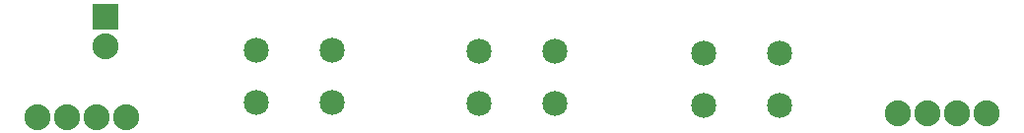
<source format=gbs>
G04 MADE WITH FRITZING*
G04 WWW.FRITZING.ORG*
G04 DOUBLE SIDED*
G04 HOLES PLATED*
G04 CONTOUR ON CENTER OF CONTOUR VECTOR*
%ASAXBY*%
%FSLAX23Y23*%
%MOIN*%
%OFA0B0*%
%SFA1.0B1.0*%
%ADD10C,0.088000*%
%ADD11C,0.085000*%
%ADD12R,0.088000X0.088000*%
%LNMASK0*%
G90*
G70*
G54D10*
X354Y59D03*
X254Y59D03*
X154Y59D03*
X54Y59D03*
X3264Y70D03*
X3164Y70D03*
X3064Y70D03*
X2964Y70D03*
X285Y399D03*
X285Y299D03*
X285Y399D03*
X285Y299D03*
G54D11*
X2563Y98D03*
X2307Y98D03*
X2563Y275D03*
X2307Y275D03*
X1804Y104D03*
X1548Y104D03*
X1804Y281D03*
X1548Y281D03*
X1051Y107D03*
X795Y107D03*
X1051Y284D03*
X795Y284D03*
G54D12*
X285Y399D03*
X285Y399D03*
G04 End of Mask0*
M02*
</source>
